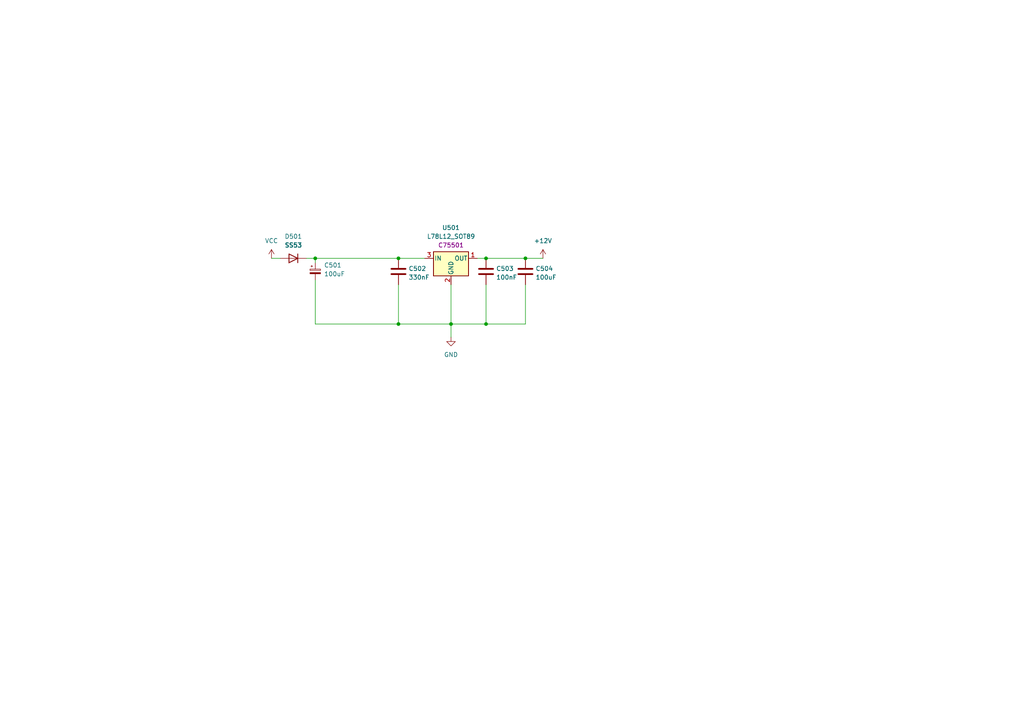
<source format=kicad_sch>
(kicad_sch (version 20230121) (generator eeschema)
  (paper "A4")
  (lib_symbols
    (symbol "Device:C" (pin_numbers hide) (pin_names (offset 0.254))
      (property "Reference" "C" (at 0.635 2.54 0))
      (property "Value" "C" (at 0.635 -2.54 0))
      (symbol "C_0_1"
        (polyline (pts (xy -2.032 -0.762) (xy 2.032 -0.762)) (stroke (width 0.508)))
        (polyline (pts (xy -2.032 0.762) (xy 2.032 0.762)) (stroke (width 0.508)))
      )
      (symbol "C_1_1"
        (pin passive line (at 0 3.81 270) (length 2.794) (name "~") (number "1"))
        (pin passive line (at 0 -3.81 90) (length 2.794) (name "~") (number "2"))
      )
    )
    (symbol "Device:C_Polarized_Small" (pin_numbers hide) (pin_names (offset 0.254) hide)
      (property "Reference" "C" (at 0.254 1.778 0))
      (property "Value" "C_Polarized_Small" (at 0.254 -2.032 0))
      (symbol "C_Polarized_Small_0_1"
        (rectangle (start -1.524 -0.3048) (end 1.524 -0.6858) (fill (type outline)))
        (rectangle (start -1.524 0.6858) (end 1.524 0.3048))
        (polyline (pts (xy -1.27 1.524) (xy -0.762 1.524)))
        (polyline (pts (xy -1.016 1.27) (xy -1.016 1.778)))
      )
      (symbol "C_Polarized_Small_1_1"
        (pin passive line (at 0 2.54 270) (length 1.8542) (name "~") (number "1"))
        (pin passive line (at 0 -2.54 90) (length 1.8542) (name "~") (number "2"))
      )
    )
    (symbol "custom_kicad_lib_sk:L78L12_SOT89" (pin_names (offset 0.254))
      (property "Reference" "U" (at -3.81 3.175 0))
      (property "Value" "L78L12_SOT89" (at -0.635 3.175 0))
      (property "JLCPCB Part#" "C75501" (at 0 0 0))
      (symbol "L78L12_SOT89_0_1"
        (rectangle (start -5.08 1.905) (end 5.08 -5.08) (stroke (width 0.254)) (fill (type background)))
      )
      (symbol "L78L12_SOT89_1_1"
        (pin power_out line (at 7.62 0 180) (length 2.54) (name "OUT") (number "1"))
        (pin power_in line (at 0 -7.62 90) (length 2.54) (name "GND") (number "2"))
        (pin power_in line (at -7.62 0 0) (length 2.54) (name "IN") (number "3"))
      )
    )
    (symbol "custom_kicad_lib_sk:SS53" (pin_numbers hide) (pin_names (offset 1.016) hide)
      (property "Reference" "D" (at 0 2.54 0))
      (property "Value" "SS53" (at 0 -1.27 0))
      (symbol "SS53_0_1"
        (polyline (pts (xy -1.27 2.54) (xy -1.27 0)) (stroke (width 0.254)))
        (polyline (pts (xy 1.27 1.27) (xy -1.27 1.27)))
        (polyline (pts (xy 1.27 2.54) (xy 1.27 0) (xy -1.27 1.27) (xy 1.27 2.54)) (stroke (width 0.254)))
      )
      (symbol "SS53_1_1"
        (pin passive line (at -3.81 1.27 0) (length 2.54) (name "K") (number "1"))
        (pin passive line (at 3.81 1.27 180) (length 2.54) (name "A") (number "2"))
      )
    )
    (symbol "power:+12V" (power) (pin_names (offset 0))
      (property "Value" "+12V" (at 0 3.556 0))
      (symbol "+12V_0_1"
        (polyline (pts (xy -0.762 1.27) (xy 0 2.54)))
        (polyline (pts (xy 0 0) (xy 0 2.54)))
        (polyline (pts (xy 0 2.54) (xy 0.762 1.27)))
      )
      (symbol "+12V_1_1"
        (pin power_in line (at 0 0 90) (length 0) hide (name "+12V") (number "1"))
      )
    )
    (symbol "power:GND" (power) (pin_names (offset 0))
      (property "Value" "GND" (at 0 -3.81 0))
      (symbol "GND_0_1"
        (polyline (pts (xy 0 0) (xy 0 -1.27) (xy 1.27 -1.27) (xy 0 -2.54) (xy -1.27 -1.27) (xy 0 -1.27)))
      )
      (symbol "GND_1_1"
        (pin power_in line (at 0 0 270) (length 0) hide (name "GND") (number "1"))
      )
    )
    (symbol "power:VCC" (power) (pin_names (offset 0))
      (property "Value" "VCC" (at 0 3.81 0))
      (symbol "VCC_0_1"
        (polyline (pts (xy -0.762 1.27) (xy 0 2.54)))
        (polyline (pts (xy 0 0) (xy 0 2.54)))
        (polyline (pts (xy 0 2.54) (xy 0.762 1.27)))
      )
      (symbol "VCC_1_1"
        (pin power_in line (at 0 0 90) (length 0) hide (name "VCC") (number "1"))
      )
    )
  )
  (junction (at 91.44 74.93))
  (junction (at 115.57 74.93))
  (junction (at 152.4 74.93))
  (junction (at 140.97 74.93))
  (junction (at 115.57 93.98))
  (junction (at 130.81 93.98))
  (junction (at 140.97 93.98))
  (wire (pts (xy 115.57 82.55) (xy 115.57 93.98)))
  (wire (pts (xy 130.81 93.98) (xy 140.97 93.98)))
  (wire (pts (xy 91.44 93.98) (xy 115.57 93.98)))
  (wire (pts (xy 130.81 93.98) (xy 130.81 97.79)))
  (wire (pts (xy 140.97 74.93) (xy 152.4 74.93)))
  (wire (pts (xy 152.4 82.55) (xy 152.4 93.98)))
  (wire (pts (xy 88.9 74.93) (xy 91.44 74.93)))
  (wire (pts (xy 91.44 93.98) (xy 91.44 81.28)))
  (wire (pts (xy 138.43 74.93) (xy 140.97 74.93)))
  (wire (pts (xy 91.44 74.93) (xy 115.57 74.93)))
  (wire (pts (xy 91.44 76.2) (xy 91.44 74.93)))
  (wire (pts (xy 140.97 82.55) (xy 140.97 93.98)))
  (wire (pts (xy 115.57 93.98) (xy 130.81 93.98)))
  (wire (pts (xy 140.97 93.98) (xy 152.4 93.98)))
  (wire (pts (xy 78.74 74.93) (xy 81.28 74.93)))
  (wire (pts (xy 130.81 82.55) (xy 130.81 93.98)))
  (wire (pts (xy 152.4 74.93) (xy 157.48 74.93)))
  (wire (pts (xy 115.57 74.93) (xy 123.19 74.93)))
  (symbol (lib_id "power:+12V") (at 157.48 74.93 0) (unit 1)
    (property "Reference" "#PWR011" (effects hide))
    (property "Value" "+12V" (at 157.48 69.85 0))
  )
  (symbol (lib_id "power:VCC") (at 78.74 74.93 0) (unit 1)
    (property "Reference" "#PWR010" (effects hide))
    (property "Value" "VCC" (at 78.74 69.85 0))
  )
  (symbol (lib_id "custom_kicad_lib_sk:SS53") (at 85.09 73.66 180) (unit 1)
    (property "Reference" "D501" (at 85.09 68.58 0))
    (property "Value" "SS53" (at 85.09 71.12 0) (effects (font bold)))
    (property "Footprint" "Diode_SMD:D_SMA" (effects hide))
    (property "Sim.Device" "D" (effects hide))
    (property "Sim.Pins" "1=K 2=A" (effects hide))
    (property "JLCPCB Part#" "C8678" (effects hide))
  )
  (symbol (lib_id "custom_kicad_lib_sk:L78L12_SOT89") (at 130.81 74.93 0) (unit 1)
    (property "Reference" "U501" (at 130.81 66.04 0))
    (property "Value" "L78L12_SOT89" (at 130.81 68.58 0))
    (property "Footprint" "Package_TO_SOT_SMD:SOT-89-3" (effects hide))
    (property "Datasheet" "http://www.st.com/content/ccc/resource/technical/document/datasheet/15/55/e5/aa/23/5b/43/fd/CD00000446.pdf/files/CD00000446.pdf/jcr:content/translations/en.CD00000446.pdf" (effects hide))
    (property "JLCPCB Part#" "C75501" (at 130.81 71.12 0))
  )
  (symbol (lib_id "Device:C") (at 140.97 78.74 0) (unit 1)
    (property "Reference" "C503" (at 143.891 77.9053 0) (effects (justify left)))
    (property "Value" "100nF" (at 143.891 80.4422 0) (effects (justify left)))
    (property "Footprint" "Capacitor_SMD:C_0603_1608Metric_Pad1.08x0.95mm_HandSolder" (effects hide))
    (property "JLCPCB Part#" "C14663" (effects hide))
  )
  (symbol (lib_id "Device:C_Polarized_Small") (at 91.44 78.74 0) (unit 1)
    (property "Reference" "C501" (at 93.98 76.9239 0) (effects (justify left)))
    (property "Value" "100uF" (at 93.98 79.4639 0) (effects (justify left)))
    (property "Footprint" "Capacitor_SMD:CP_Elec_6.3x5.9" (effects hide))
    (property "JLCPCB Part#" "C494840" (effects hide))
  )
  (symbol (lib_id "power:GND") (at 130.81 97.79 0) (unit 1)
    (property "Reference" "#PWR09" (effects hide))
    (property "Value" "GND" (at 130.81 102.87 0))
  )
  (symbol (lib_id "Device:C") (at 115.57 78.74 0) (unit 1)
    (property "Reference" "C502" (at 118.491 77.9053 0) (effects (justify left)))
    (property "Value" "330nF" (at 118.491 80.4422 0) (effects (justify left)))
    (property "Footprint" "Capacitor_SMD:C_0603_1608Metric_Pad1.08x0.95mm_HandSolder" (effects hide))
    (property "JLCPCB Part#" "C1615" (effects hide))
  )
  (symbol (lib_id "Device:C") (at 152.4 78.74 0) (unit 1)
    (property "Reference" "C504" (at 155.321 77.9053 0) (effects (justify left)))
    (property "Value" "100uF" (at 155.321 80.4422 0) (effects (justify left)))
    (property "Footprint" "Capacitor_SMD:C_1206_3216Metric_Pad1.33x1.80mm_HandSolder" (effects hide))
    (property "JLCPCB Part#" "C15008" (effects hide))
  )
)
</source>
